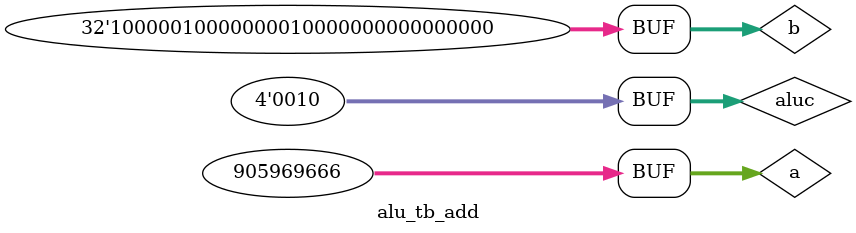
<source format=v>
`timescale 1ns / 1ns


module alu_tb_add;

    reg [31:0] a;
    reg [31:0] b;
    reg [3:0] aluc;
    wire [31:0] r;
    wire zero;
    wire carry;
    wire negative;
    wire overflow;

    alu inst(a,b,aluc,r,zero,carry,negative,overflow);


    //test addu
    initial begin
        aluc = 4'b0010;
        a = 32'b1000_0010_0000;
        b = 32'b1000_0010_0000;

        #40 
        aluc = 4'b0010;
        a = 32'b0000_0000_0000;
        b = 32'b0000_0000_0000;        

        #40 
        aluc = 4'b0010;
        a = 32'b1000_0010_0000_0000_0000_0000_0000_0010;
        b = 32'b1000_0010_0000_0001_0000_0000_0000_0000;

        #40 
        aluc = 4'b0010;
        a = 32'b0011_0110_0000_0000_0000_0000_0000_0010;
        b = 32'b1000_0010_0000_0001_0000_0000_0000_0000;
    end


endmodule

</source>
